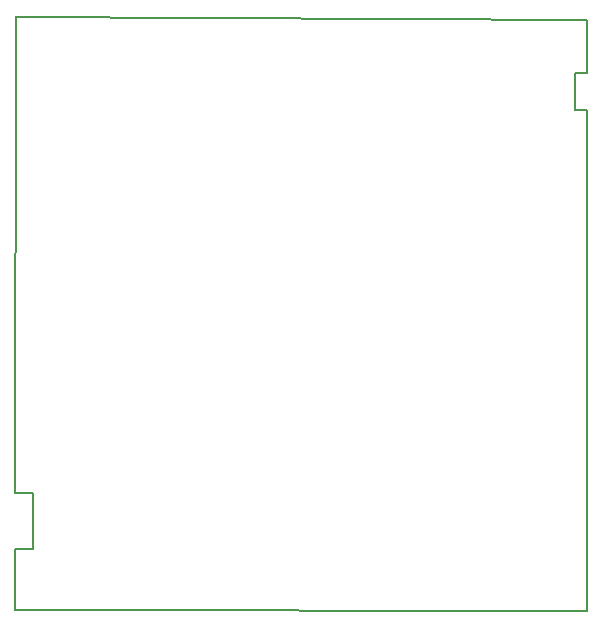
<source format=gbr>
G04 #@! TF.GenerationSoftware,KiCad,Pcbnew,5.1.6-c6e7f7d~87~ubuntu18.04.1*
G04 #@! TF.CreationDate,2020-10-10T14:26:16+05:30*
G04 #@! TF.ProjectId,BackEnd_HeavyDevice_v1,4261636b-456e-4645-9f48-656176794465,rev?*
G04 #@! TF.SameCoordinates,Original*
G04 #@! TF.FileFunction,Other,User*
%FSLAX46Y46*%
G04 Gerber Fmt 4.6, Leading zero omitted, Abs format (unit mm)*
G04 Created by KiCad (PCBNEW 5.1.6-c6e7f7d~87~ubuntu18.04.1) date 2020-10-10 14:26:16*
%MOMM*%
%LPD*%
G01*
G04 APERTURE LIST*
%ADD10C,0.150000*%
G04 APERTURE END LIST*
D10*
X106293920Y-131632960D02*
X106286300Y-136801860D01*
X154729180Y-91282520D02*
X154726640Y-86829900D01*
X107759500Y-131635500D02*
X106293920Y-131632960D01*
X107759500Y-126870460D02*
X107759500Y-131635500D01*
X106293920Y-126870460D02*
X107759500Y-126870460D01*
X153659840Y-94465140D02*
X154708860Y-94465140D01*
X153659840Y-91277440D02*
X153659840Y-94465140D01*
X154721560Y-91279980D02*
X153659840Y-91277440D01*
X154726640Y-86829900D02*
X106314240Y-86596220D01*
X154668220Y-136880600D02*
X154708860Y-94465140D01*
X106286300Y-136801860D02*
X154668220Y-136880600D01*
X106321860Y-86466680D02*
X106293920Y-126870460D01*
M02*

</source>
